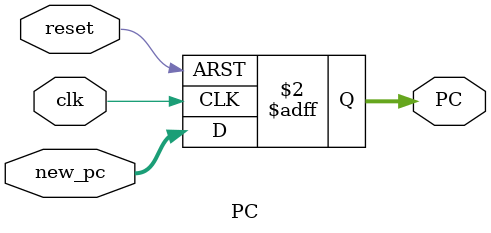
<source format=v>
module PC (
    input [31:0] new_pc, 
    input clk, 
    input reset, 
    output reg [31:0] PC);
  always @(posedge clk or posedge reset) begin
    if(reset)
      PC <= 31'b0;
    else
      PC <= new_pc;  
  end
endmodule
</source>
